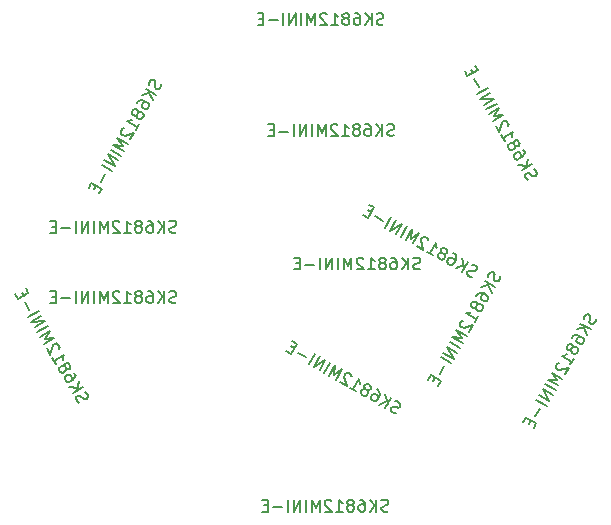
<source format=gbr>
%TF.GenerationSoftware,KiCad,Pcbnew,8.0.8*%
%TF.CreationDate,2025-04-07T13:45:20-04:00*%
%TF.ProjectId,pcb_tile_game_tile_ssa,7063625f-7469-46c6-955f-67616d655f74,1.0*%
%TF.SameCoordinates,Original*%
%TF.FileFunction,AssemblyDrawing,Bot*%
%FSLAX46Y46*%
G04 Gerber Fmt 4.6, Leading zero omitted, Abs format (unit mm)*
G04 Created by KiCad (PCBNEW 8.0.8) date 2025-04-07 13:45:20*
%MOMM*%
%LPD*%
G01*
G04 APERTURE LIST*
%ADD10C,0.150000*%
G04 APERTURE END LIST*
D10*
X146532363Y-96537170D02*
X146384836Y-96506981D01*
X146384836Y-96506981D02*
X146178639Y-96387934D01*
X146178639Y-96387934D02*
X146119970Y-96299075D01*
X146119970Y-96299075D02*
X146102540Y-96234026D01*
X146102540Y-96234026D02*
X146108920Y-96127738D01*
X146108920Y-96127738D02*
X146156539Y-96045260D01*
X146156539Y-96045260D02*
X146245398Y-95986591D01*
X146245398Y-95986591D02*
X146310446Y-95969161D01*
X146310446Y-95969161D02*
X146416734Y-95975541D01*
X146416734Y-95975541D02*
X146605501Y-96029539D01*
X146605501Y-96029539D02*
X146711789Y-96035919D01*
X146711789Y-96035919D02*
X146776838Y-96018489D01*
X146776838Y-96018489D02*
X146865697Y-95959820D01*
X146865697Y-95959820D02*
X146913316Y-95877342D01*
X146913316Y-95877342D02*
X146919695Y-95771053D01*
X146919695Y-95771053D02*
X146902266Y-95706005D01*
X146902266Y-95706005D02*
X146843596Y-95617146D01*
X146843596Y-95617146D02*
X146637400Y-95498099D01*
X146637400Y-95498099D02*
X146489872Y-95467909D01*
X145642528Y-96078410D02*
X146142528Y-95212384D01*
X145147657Y-95792695D02*
X145804525Y-95512109D01*
X145647657Y-94926670D02*
X145856814Y-95707256D01*
X144905349Y-94498099D02*
X145070306Y-94593337D01*
X145070306Y-94593337D02*
X145128975Y-94682195D01*
X145128975Y-94682195D02*
X145146405Y-94747244D01*
X145146405Y-94747244D02*
X145157455Y-94918581D01*
X145157455Y-94918581D02*
X145103456Y-95107348D01*
X145103456Y-95107348D02*
X144912980Y-95437262D01*
X144912980Y-95437262D02*
X144824122Y-95495931D01*
X144824122Y-95495931D02*
X144759073Y-95513361D01*
X144759073Y-95513361D02*
X144652785Y-95506981D01*
X144652785Y-95506981D02*
X144487828Y-95411743D01*
X144487828Y-95411743D02*
X144429159Y-95322885D01*
X144429159Y-95322885D02*
X144411729Y-95257836D01*
X144411729Y-95257836D02*
X144418109Y-95151548D01*
X144418109Y-95151548D02*
X144537156Y-94945351D01*
X144537156Y-94945351D02*
X144626015Y-94886682D01*
X144626015Y-94886682D02*
X144691063Y-94869252D01*
X144691063Y-94869252D02*
X144797352Y-94875632D01*
X144797352Y-94875632D02*
X144962309Y-94970870D01*
X144962309Y-94970870D02*
X145020978Y-95059729D01*
X145020978Y-95059729D02*
X145038408Y-95124777D01*
X145038408Y-95124777D02*
X145032028Y-95231066D01*
X144113713Y-94535919D02*
X144220001Y-94542299D01*
X144220001Y-94542299D02*
X144285050Y-94524869D01*
X144285050Y-94524869D02*
X144373908Y-94466200D01*
X144373908Y-94466200D02*
X144397718Y-94424961D01*
X144397718Y-94424961D02*
X144404098Y-94318672D01*
X144404098Y-94318672D02*
X144386668Y-94253624D01*
X144386668Y-94253624D02*
X144327999Y-94164765D01*
X144327999Y-94164765D02*
X144163042Y-94069527D01*
X144163042Y-94069527D02*
X144056753Y-94063147D01*
X144056753Y-94063147D02*
X143991705Y-94080577D01*
X143991705Y-94080577D02*
X143902846Y-94139246D01*
X143902846Y-94139246D02*
X143879037Y-94180486D01*
X143879037Y-94180486D02*
X143872657Y-94286774D01*
X143872657Y-94286774D02*
X143890087Y-94351823D01*
X143890087Y-94351823D02*
X143948756Y-94440681D01*
X143948756Y-94440681D02*
X144113713Y-94535919D01*
X144113713Y-94535919D02*
X144172382Y-94624777D01*
X144172382Y-94624777D02*
X144189812Y-94689826D01*
X144189812Y-94689826D02*
X144183432Y-94796114D01*
X144183432Y-94796114D02*
X144088194Y-94961072D01*
X144088194Y-94961072D02*
X143999336Y-95019741D01*
X143999336Y-95019741D02*
X143934287Y-95037170D01*
X143934287Y-95037170D02*
X143827999Y-95030791D01*
X143827999Y-95030791D02*
X143663042Y-94935553D01*
X143663042Y-94935553D02*
X143604372Y-94846694D01*
X143604372Y-94846694D02*
X143586943Y-94781645D01*
X143586943Y-94781645D02*
X143593322Y-94675357D01*
X143593322Y-94675357D02*
X143688561Y-94510400D01*
X143688561Y-94510400D02*
X143777419Y-94451731D01*
X143777419Y-94451731D02*
X143842468Y-94434301D01*
X143842468Y-94434301D02*
X143948756Y-94440681D01*
X142673298Y-94364124D02*
X143168170Y-94649838D01*
X142920734Y-94506981D02*
X143420734Y-93640956D01*
X143420734Y-93640956D02*
X143431784Y-93812293D01*
X143431784Y-93812293D02*
X143466644Y-93942390D01*
X143466644Y-93942390D02*
X143525313Y-94031249D01*
X142795765Y-93390101D02*
X142778335Y-93325052D01*
X142778335Y-93325052D02*
X142719666Y-93236194D01*
X142719666Y-93236194D02*
X142513469Y-93117146D01*
X142513469Y-93117146D02*
X142407181Y-93110766D01*
X142407181Y-93110766D02*
X142342132Y-93128196D01*
X142342132Y-93128196D02*
X142253274Y-93186865D01*
X142253274Y-93186865D02*
X142205655Y-93269344D01*
X142205655Y-93269344D02*
X142175466Y-93416871D01*
X142175466Y-93416871D02*
X142384623Y-94197457D01*
X142384623Y-94197457D02*
X141848512Y-93887933D01*
X141477358Y-93673648D02*
X141977358Y-92807622D01*
X141977358Y-92807622D02*
X141331540Y-93259545D01*
X141331540Y-93259545D02*
X141400008Y-92474289D01*
X141400008Y-92474289D02*
X140900008Y-93340314D01*
X140487615Y-93102219D02*
X140987615Y-92236194D01*
X140075222Y-92864124D02*
X140575222Y-91998099D01*
X140575222Y-91998099D02*
X139580351Y-92578410D01*
X139580351Y-92578410D02*
X140080351Y-91712385D01*
X139167958Y-92340315D02*
X139667958Y-91474289D01*
X138946041Y-91772305D02*
X138286212Y-91391353D01*
X137945248Y-91029540D02*
X137656573Y-90862873D01*
X137270950Y-91245077D02*
X137683343Y-91483172D01*
X137683343Y-91483172D02*
X138183343Y-90617147D01*
X138183343Y-90617147D02*
X137770950Y-90379052D01*
X127943332Y-87129104D02*
X127800475Y-87176723D01*
X127800475Y-87176723D02*
X127562380Y-87176723D01*
X127562380Y-87176723D02*
X127467142Y-87129104D01*
X127467142Y-87129104D02*
X127419523Y-87081484D01*
X127419523Y-87081484D02*
X127371904Y-86986246D01*
X127371904Y-86986246D02*
X127371904Y-86891008D01*
X127371904Y-86891008D02*
X127419523Y-86795770D01*
X127419523Y-86795770D02*
X127467142Y-86748151D01*
X127467142Y-86748151D02*
X127562380Y-86700532D01*
X127562380Y-86700532D02*
X127752856Y-86652913D01*
X127752856Y-86652913D02*
X127848094Y-86605294D01*
X127848094Y-86605294D02*
X127895713Y-86557675D01*
X127895713Y-86557675D02*
X127943332Y-86462437D01*
X127943332Y-86462437D02*
X127943332Y-86367199D01*
X127943332Y-86367199D02*
X127895713Y-86271961D01*
X127895713Y-86271961D02*
X127848094Y-86224342D01*
X127848094Y-86224342D02*
X127752856Y-86176723D01*
X127752856Y-86176723D02*
X127514761Y-86176723D01*
X127514761Y-86176723D02*
X127371904Y-86224342D01*
X126943332Y-87176723D02*
X126943332Y-86176723D01*
X126371904Y-87176723D02*
X126800475Y-86605294D01*
X126371904Y-86176723D02*
X126943332Y-86748151D01*
X125514761Y-86176723D02*
X125705237Y-86176723D01*
X125705237Y-86176723D02*
X125800475Y-86224342D01*
X125800475Y-86224342D02*
X125848094Y-86271961D01*
X125848094Y-86271961D02*
X125943332Y-86414818D01*
X125943332Y-86414818D02*
X125990951Y-86605294D01*
X125990951Y-86605294D02*
X125990951Y-86986246D01*
X125990951Y-86986246D02*
X125943332Y-87081484D01*
X125943332Y-87081484D02*
X125895713Y-87129104D01*
X125895713Y-87129104D02*
X125800475Y-87176723D01*
X125800475Y-87176723D02*
X125609999Y-87176723D01*
X125609999Y-87176723D02*
X125514761Y-87129104D01*
X125514761Y-87129104D02*
X125467142Y-87081484D01*
X125467142Y-87081484D02*
X125419523Y-86986246D01*
X125419523Y-86986246D02*
X125419523Y-86748151D01*
X125419523Y-86748151D02*
X125467142Y-86652913D01*
X125467142Y-86652913D02*
X125514761Y-86605294D01*
X125514761Y-86605294D02*
X125609999Y-86557675D01*
X125609999Y-86557675D02*
X125800475Y-86557675D01*
X125800475Y-86557675D02*
X125895713Y-86605294D01*
X125895713Y-86605294D02*
X125943332Y-86652913D01*
X125943332Y-86652913D02*
X125990951Y-86748151D01*
X124848094Y-86605294D02*
X124943332Y-86557675D01*
X124943332Y-86557675D02*
X124990951Y-86510056D01*
X124990951Y-86510056D02*
X125038570Y-86414818D01*
X125038570Y-86414818D02*
X125038570Y-86367199D01*
X125038570Y-86367199D02*
X124990951Y-86271961D01*
X124990951Y-86271961D02*
X124943332Y-86224342D01*
X124943332Y-86224342D02*
X124848094Y-86176723D01*
X124848094Y-86176723D02*
X124657618Y-86176723D01*
X124657618Y-86176723D02*
X124562380Y-86224342D01*
X124562380Y-86224342D02*
X124514761Y-86271961D01*
X124514761Y-86271961D02*
X124467142Y-86367199D01*
X124467142Y-86367199D02*
X124467142Y-86414818D01*
X124467142Y-86414818D02*
X124514761Y-86510056D01*
X124514761Y-86510056D02*
X124562380Y-86557675D01*
X124562380Y-86557675D02*
X124657618Y-86605294D01*
X124657618Y-86605294D02*
X124848094Y-86605294D01*
X124848094Y-86605294D02*
X124943332Y-86652913D01*
X124943332Y-86652913D02*
X124990951Y-86700532D01*
X124990951Y-86700532D02*
X125038570Y-86795770D01*
X125038570Y-86795770D02*
X125038570Y-86986246D01*
X125038570Y-86986246D02*
X124990951Y-87081484D01*
X124990951Y-87081484D02*
X124943332Y-87129104D01*
X124943332Y-87129104D02*
X124848094Y-87176723D01*
X124848094Y-87176723D02*
X124657618Y-87176723D01*
X124657618Y-87176723D02*
X124562380Y-87129104D01*
X124562380Y-87129104D02*
X124514761Y-87081484D01*
X124514761Y-87081484D02*
X124467142Y-86986246D01*
X124467142Y-86986246D02*
X124467142Y-86795770D01*
X124467142Y-86795770D02*
X124514761Y-86700532D01*
X124514761Y-86700532D02*
X124562380Y-86652913D01*
X124562380Y-86652913D02*
X124657618Y-86605294D01*
X123514761Y-87176723D02*
X124086189Y-87176723D01*
X123800475Y-87176723D02*
X123800475Y-86176723D01*
X123800475Y-86176723D02*
X123895713Y-86319580D01*
X123895713Y-86319580D02*
X123990951Y-86414818D01*
X123990951Y-86414818D02*
X124086189Y-86462437D01*
X123133808Y-86271961D02*
X123086189Y-86224342D01*
X123086189Y-86224342D02*
X122990951Y-86176723D01*
X122990951Y-86176723D02*
X122752856Y-86176723D01*
X122752856Y-86176723D02*
X122657618Y-86224342D01*
X122657618Y-86224342D02*
X122609999Y-86271961D01*
X122609999Y-86271961D02*
X122562380Y-86367199D01*
X122562380Y-86367199D02*
X122562380Y-86462437D01*
X122562380Y-86462437D02*
X122609999Y-86605294D01*
X122609999Y-86605294D02*
X123181427Y-87176723D01*
X123181427Y-87176723D02*
X122562380Y-87176723D01*
X122133808Y-87176723D02*
X122133808Y-86176723D01*
X122133808Y-86176723D02*
X121800475Y-86891008D01*
X121800475Y-86891008D02*
X121467142Y-86176723D01*
X121467142Y-86176723D02*
X121467142Y-87176723D01*
X120990951Y-87176723D02*
X120990951Y-86176723D01*
X120514761Y-87176723D02*
X120514761Y-86176723D01*
X120514761Y-86176723D02*
X119943333Y-87176723D01*
X119943333Y-87176723D02*
X119943333Y-86176723D01*
X119467142Y-87176723D02*
X119467142Y-86176723D01*
X118990952Y-86795770D02*
X118229048Y-86795770D01*
X117752857Y-86652913D02*
X117419524Y-86652913D01*
X117276667Y-87176723D02*
X117752857Y-87176723D01*
X117752857Y-87176723D02*
X117752857Y-86176723D01*
X117752857Y-86176723D02*
X117276667Y-86176723D01*
X146393334Y-72999102D02*
X146250477Y-73046721D01*
X146250477Y-73046721D02*
X146012382Y-73046721D01*
X146012382Y-73046721D02*
X145917144Y-72999102D01*
X145917144Y-72999102D02*
X145869525Y-72951482D01*
X145869525Y-72951482D02*
X145821906Y-72856244D01*
X145821906Y-72856244D02*
X145821906Y-72761006D01*
X145821906Y-72761006D02*
X145869525Y-72665768D01*
X145869525Y-72665768D02*
X145917144Y-72618149D01*
X145917144Y-72618149D02*
X146012382Y-72570530D01*
X146012382Y-72570530D02*
X146202858Y-72522911D01*
X146202858Y-72522911D02*
X146298096Y-72475292D01*
X146298096Y-72475292D02*
X146345715Y-72427673D01*
X146345715Y-72427673D02*
X146393334Y-72332435D01*
X146393334Y-72332435D02*
X146393334Y-72237197D01*
X146393334Y-72237197D02*
X146345715Y-72141959D01*
X146345715Y-72141959D02*
X146298096Y-72094340D01*
X146298096Y-72094340D02*
X146202858Y-72046721D01*
X146202858Y-72046721D02*
X145964763Y-72046721D01*
X145964763Y-72046721D02*
X145821906Y-72094340D01*
X145393334Y-73046721D02*
X145393334Y-72046721D01*
X144821906Y-73046721D02*
X145250477Y-72475292D01*
X144821906Y-72046721D02*
X145393334Y-72618149D01*
X143964763Y-72046721D02*
X144155239Y-72046721D01*
X144155239Y-72046721D02*
X144250477Y-72094340D01*
X144250477Y-72094340D02*
X144298096Y-72141959D01*
X144298096Y-72141959D02*
X144393334Y-72284816D01*
X144393334Y-72284816D02*
X144440953Y-72475292D01*
X144440953Y-72475292D02*
X144440953Y-72856244D01*
X144440953Y-72856244D02*
X144393334Y-72951482D01*
X144393334Y-72951482D02*
X144345715Y-72999102D01*
X144345715Y-72999102D02*
X144250477Y-73046721D01*
X144250477Y-73046721D02*
X144060001Y-73046721D01*
X144060001Y-73046721D02*
X143964763Y-72999102D01*
X143964763Y-72999102D02*
X143917144Y-72951482D01*
X143917144Y-72951482D02*
X143869525Y-72856244D01*
X143869525Y-72856244D02*
X143869525Y-72618149D01*
X143869525Y-72618149D02*
X143917144Y-72522911D01*
X143917144Y-72522911D02*
X143964763Y-72475292D01*
X143964763Y-72475292D02*
X144060001Y-72427673D01*
X144060001Y-72427673D02*
X144250477Y-72427673D01*
X144250477Y-72427673D02*
X144345715Y-72475292D01*
X144345715Y-72475292D02*
X144393334Y-72522911D01*
X144393334Y-72522911D02*
X144440953Y-72618149D01*
X143298096Y-72475292D02*
X143393334Y-72427673D01*
X143393334Y-72427673D02*
X143440953Y-72380054D01*
X143440953Y-72380054D02*
X143488572Y-72284816D01*
X143488572Y-72284816D02*
X143488572Y-72237197D01*
X143488572Y-72237197D02*
X143440953Y-72141959D01*
X143440953Y-72141959D02*
X143393334Y-72094340D01*
X143393334Y-72094340D02*
X143298096Y-72046721D01*
X143298096Y-72046721D02*
X143107620Y-72046721D01*
X143107620Y-72046721D02*
X143012382Y-72094340D01*
X143012382Y-72094340D02*
X142964763Y-72141959D01*
X142964763Y-72141959D02*
X142917144Y-72237197D01*
X142917144Y-72237197D02*
X142917144Y-72284816D01*
X142917144Y-72284816D02*
X142964763Y-72380054D01*
X142964763Y-72380054D02*
X143012382Y-72427673D01*
X143012382Y-72427673D02*
X143107620Y-72475292D01*
X143107620Y-72475292D02*
X143298096Y-72475292D01*
X143298096Y-72475292D02*
X143393334Y-72522911D01*
X143393334Y-72522911D02*
X143440953Y-72570530D01*
X143440953Y-72570530D02*
X143488572Y-72665768D01*
X143488572Y-72665768D02*
X143488572Y-72856244D01*
X143488572Y-72856244D02*
X143440953Y-72951482D01*
X143440953Y-72951482D02*
X143393334Y-72999102D01*
X143393334Y-72999102D02*
X143298096Y-73046721D01*
X143298096Y-73046721D02*
X143107620Y-73046721D01*
X143107620Y-73046721D02*
X143012382Y-72999102D01*
X143012382Y-72999102D02*
X142964763Y-72951482D01*
X142964763Y-72951482D02*
X142917144Y-72856244D01*
X142917144Y-72856244D02*
X142917144Y-72665768D01*
X142917144Y-72665768D02*
X142964763Y-72570530D01*
X142964763Y-72570530D02*
X143012382Y-72522911D01*
X143012382Y-72522911D02*
X143107620Y-72475292D01*
X141964763Y-73046721D02*
X142536191Y-73046721D01*
X142250477Y-73046721D02*
X142250477Y-72046721D01*
X142250477Y-72046721D02*
X142345715Y-72189578D01*
X142345715Y-72189578D02*
X142440953Y-72284816D01*
X142440953Y-72284816D02*
X142536191Y-72332435D01*
X141583810Y-72141959D02*
X141536191Y-72094340D01*
X141536191Y-72094340D02*
X141440953Y-72046721D01*
X141440953Y-72046721D02*
X141202858Y-72046721D01*
X141202858Y-72046721D02*
X141107620Y-72094340D01*
X141107620Y-72094340D02*
X141060001Y-72141959D01*
X141060001Y-72141959D02*
X141012382Y-72237197D01*
X141012382Y-72237197D02*
X141012382Y-72332435D01*
X141012382Y-72332435D02*
X141060001Y-72475292D01*
X141060001Y-72475292D02*
X141631429Y-73046721D01*
X141631429Y-73046721D02*
X141012382Y-73046721D01*
X140583810Y-73046721D02*
X140583810Y-72046721D01*
X140583810Y-72046721D02*
X140250477Y-72761006D01*
X140250477Y-72761006D02*
X139917144Y-72046721D01*
X139917144Y-72046721D02*
X139917144Y-73046721D01*
X139440953Y-73046721D02*
X139440953Y-72046721D01*
X138964763Y-73046721D02*
X138964763Y-72046721D01*
X138964763Y-72046721D02*
X138393335Y-73046721D01*
X138393335Y-73046721D02*
X138393335Y-72046721D01*
X137917144Y-73046721D02*
X137917144Y-72046721D01*
X137440954Y-72665768D02*
X136679050Y-72665768D01*
X136202859Y-72522911D02*
X135869526Y-72522911D01*
X135726669Y-73046721D02*
X136202859Y-73046721D01*
X136202859Y-73046721D02*
X136202859Y-72046721D01*
X136202859Y-72046721D02*
X135726669Y-72046721D01*
X145493332Y-63599104D02*
X145350475Y-63646723D01*
X145350475Y-63646723D02*
X145112380Y-63646723D01*
X145112380Y-63646723D02*
X145017142Y-63599104D01*
X145017142Y-63599104D02*
X144969523Y-63551484D01*
X144969523Y-63551484D02*
X144921904Y-63456246D01*
X144921904Y-63456246D02*
X144921904Y-63361008D01*
X144921904Y-63361008D02*
X144969523Y-63265770D01*
X144969523Y-63265770D02*
X145017142Y-63218151D01*
X145017142Y-63218151D02*
X145112380Y-63170532D01*
X145112380Y-63170532D02*
X145302856Y-63122913D01*
X145302856Y-63122913D02*
X145398094Y-63075294D01*
X145398094Y-63075294D02*
X145445713Y-63027675D01*
X145445713Y-63027675D02*
X145493332Y-62932437D01*
X145493332Y-62932437D02*
X145493332Y-62837199D01*
X145493332Y-62837199D02*
X145445713Y-62741961D01*
X145445713Y-62741961D02*
X145398094Y-62694342D01*
X145398094Y-62694342D02*
X145302856Y-62646723D01*
X145302856Y-62646723D02*
X145064761Y-62646723D01*
X145064761Y-62646723D02*
X144921904Y-62694342D01*
X144493332Y-63646723D02*
X144493332Y-62646723D01*
X143921904Y-63646723D02*
X144350475Y-63075294D01*
X143921904Y-62646723D02*
X144493332Y-63218151D01*
X143064761Y-62646723D02*
X143255237Y-62646723D01*
X143255237Y-62646723D02*
X143350475Y-62694342D01*
X143350475Y-62694342D02*
X143398094Y-62741961D01*
X143398094Y-62741961D02*
X143493332Y-62884818D01*
X143493332Y-62884818D02*
X143540951Y-63075294D01*
X143540951Y-63075294D02*
X143540951Y-63456246D01*
X143540951Y-63456246D02*
X143493332Y-63551484D01*
X143493332Y-63551484D02*
X143445713Y-63599104D01*
X143445713Y-63599104D02*
X143350475Y-63646723D01*
X143350475Y-63646723D02*
X143159999Y-63646723D01*
X143159999Y-63646723D02*
X143064761Y-63599104D01*
X143064761Y-63599104D02*
X143017142Y-63551484D01*
X143017142Y-63551484D02*
X142969523Y-63456246D01*
X142969523Y-63456246D02*
X142969523Y-63218151D01*
X142969523Y-63218151D02*
X143017142Y-63122913D01*
X143017142Y-63122913D02*
X143064761Y-63075294D01*
X143064761Y-63075294D02*
X143159999Y-63027675D01*
X143159999Y-63027675D02*
X143350475Y-63027675D01*
X143350475Y-63027675D02*
X143445713Y-63075294D01*
X143445713Y-63075294D02*
X143493332Y-63122913D01*
X143493332Y-63122913D02*
X143540951Y-63218151D01*
X142398094Y-63075294D02*
X142493332Y-63027675D01*
X142493332Y-63027675D02*
X142540951Y-62980056D01*
X142540951Y-62980056D02*
X142588570Y-62884818D01*
X142588570Y-62884818D02*
X142588570Y-62837199D01*
X142588570Y-62837199D02*
X142540951Y-62741961D01*
X142540951Y-62741961D02*
X142493332Y-62694342D01*
X142493332Y-62694342D02*
X142398094Y-62646723D01*
X142398094Y-62646723D02*
X142207618Y-62646723D01*
X142207618Y-62646723D02*
X142112380Y-62694342D01*
X142112380Y-62694342D02*
X142064761Y-62741961D01*
X142064761Y-62741961D02*
X142017142Y-62837199D01*
X142017142Y-62837199D02*
X142017142Y-62884818D01*
X142017142Y-62884818D02*
X142064761Y-62980056D01*
X142064761Y-62980056D02*
X142112380Y-63027675D01*
X142112380Y-63027675D02*
X142207618Y-63075294D01*
X142207618Y-63075294D02*
X142398094Y-63075294D01*
X142398094Y-63075294D02*
X142493332Y-63122913D01*
X142493332Y-63122913D02*
X142540951Y-63170532D01*
X142540951Y-63170532D02*
X142588570Y-63265770D01*
X142588570Y-63265770D02*
X142588570Y-63456246D01*
X142588570Y-63456246D02*
X142540951Y-63551484D01*
X142540951Y-63551484D02*
X142493332Y-63599104D01*
X142493332Y-63599104D02*
X142398094Y-63646723D01*
X142398094Y-63646723D02*
X142207618Y-63646723D01*
X142207618Y-63646723D02*
X142112380Y-63599104D01*
X142112380Y-63599104D02*
X142064761Y-63551484D01*
X142064761Y-63551484D02*
X142017142Y-63456246D01*
X142017142Y-63456246D02*
X142017142Y-63265770D01*
X142017142Y-63265770D02*
X142064761Y-63170532D01*
X142064761Y-63170532D02*
X142112380Y-63122913D01*
X142112380Y-63122913D02*
X142207618Y-63075294D01*
X141064761Y-63646723D02*
X141636189Y-63646723D01*
X141350475Y-63646723D02*
X141350475Y-62646723D01*
X141350475Y-62646723D02*
X141445713Y-62789580D01*
X141445713Y-62789580D02*
X141540951Y-62884818D01*
X141540951Y-62884818D02*
X141636189Y-62932437D01*
X140683808Y-62741961D02*
X140636189Y-62694342D01*
X140636189Y-62694342D02*
X140540951Y-62646723D01*
X140540951Y-62646723D02*
X140302856Y-62646723D01*
X140302856Y-62646723D02*
X140207618Y-62694342D01*
X140207618Y-62694342D02*
X140159999Y-62741961D01*
X140159999Y-62741961D02*
X140112380Y-62837199D01*
X140112380Y-62837199D02*
X140112380Y-62932437D01*
X140112380Y-62932437D02*
X140159999Y-63075294D01*
X140159999Y-63075294D02*
X140731427Y-63646723D01*
X140731427Y-63646723D02*
X140112380Y-63646723D01*
X139683808Y-63646723D02*
X139683808Y-62646723D01*
X139683808Y-62646723D02*
X139350475Y-63361008D01*
X139350475Y-63361008D02*
X139017142Y-62646723D01*
X139017142Y-62646723D02*
X139017142Y-63646723D01*
X138540951Y-63646723D02*
X138540951Y-62646723D01*
X138064761Y-63646723D02*
X138064761Y-62646723D01*
X138064761Y-62646723D02*
X137493333Y-63646723D01*
X137493333Y-63646723D02*
X137493333Y-62646723D01*
X137017142Y-63646723D02*
X137017142Y-62646723D01*
X136540952Y-63265770D02*
X135779048Y-63265770D01*
X135302857Y-63122913D02*
X134969524Y-63122913D01*
X134826667Y-63646723D02*
X135302857Y-63646723D01*
X135302857Y-63646723D02*
X135302857Y-62646723D01*
X135302857Y-62646723D02*
X134826667Y-62646723D01*
X145893332Y-104799104D02*
X145750475Y-104846723D01*
X145750475Y-104846723D02*
X145512380Y-104846723D01*
X145512380Y-104846723D02*
X145417142Y-104799104D01*
X145417142Y-104799104D02*
X145369523Y-104751484D01*
X145369523Y-104751484D02*
X145321904Y-104656246D01*
X145321904Y-104656246D02*
X145321904Y-104561008D01*
X145321904Y-104561008D02*
X145369523Y-104465770D01*
X145369523Y-104465770D02*
X145417142Y-104418151D01*
X145417142Y-104418151D02*
X145512380Y-104370532D01*
X145512380Y-104370532D02*
X145702856Y-104322913D01*
X145702856Y-104322913D02*
X145798094Y-104275294D01*
X145798094Y-104275294D02*
X145845713Y-104227675D01*
X145845713Y-104227675D02*
X145893332Y-104132437D01*
X145893332Y-104132437D02*
X145893332Y-104037199D01*
X145893332Y-104037199D02*
X145845713Y-103941961D01*
X145845713Y-103941961D02*
X145798094Y-103894342D01*
X145798094Y-103894342D02*
X145702856Y-103846723D01*
X145702856Y-103846723D02*
X145464761Y-103846723D01*
X145464761Y-103846723D02*
X145321904Y-103894342D01*
X144893332Y-104846723D02*
X144893332Y-103846723D01*
X144321904Y-104846723D02*
X144750475Y-104275294D01*
X144321904Y-103846723D02*
X144893332Y-104418151D01*
X143464761Y-103846723D02*
X143655237Y-103846723D01*
X143655237Y-103846723D02*
X143750475Y-103894342D01*
X143750475Y-103894342D02*
X143798094Y-103941961D01*
X143798094Y-103941961D02*
X143893332Y-104084818D01*
X143893332Y-104084818D02*
X143940951Y-104275294D01*
X143940951Y-104275294D02*
X143940951Y-104656246D01*
X143940951Y-104656246D02*
X143893332Y-104751484D01*
X143893332Y-104751484D02*
X143845713Y-104799104D01*
X143845713Y-104799104D02*
X143750475Y-104846723D01*
X143750475Y-104846723D02*
X143559999Y-104846723D01*
X143559999Y-104846723D02*
X143464761Y-104799104D01*
X143464761Y-104799104D02*
X143417142Y-104751484D01*
X143417142Y-104751484D02*
X143369523Y-104656246D01*
X143369523Y-104656246D02*
X143369523Y-104418151D01*
X143369523Y-104418151D02*
X143417142Y-104322913D01*
X143417142Y-104322913D02*
X143464761Y-104275294D01*
X143464761Y-104275294D02*
X143559999Y-104227675D01*
X143559999Y-104227675D02*
X143750475Y-104227675D01*
X143750475Y-104227675D02*
X143845713Y-104275294D01*
X143845713Y-104275294D02*
X143893332Y-104322913D01*
X143893332Y-104322913D02*
X143940951Y-104418151D01*
X142798094Y-104275294D02*
X142893332Y-104227675D01*
X142893332Y-104227675D02*
X142940951Y-104180056D01*
X142940951Y-104180056D02*
X142988570Y-104084818D01*
X142988570Y-104084818D02*
X142988570Y-104037199D01*
X142988570Y-104037199D02*
X142940951Y-103941961D01*
X142940951Y-103941961D02*
X142893332Y-103894342D01*
X142893332Y-103894342D02*
X142798094Y-103846723D01*
X142798094Y-103846723D02*
X142607618Y-103846723D01*
X142607618Y-103846723D02*
X142512380Y-103894342D01*
X142512380Y-103894342D02*
X142464761Y-103941961D01*
X142464761Y-103941961D02*
X142417142Y-104037199D01*
X142417142Y-104037199D02*
X142417142Y-104084818D01*
X142417142Y-104084818D02*
X142464761Y-104180056D01*
X142464761Y-104180056D02*
X142512380Y-104227675D01*
X142512380Y-104227675D02*
X142607618Y-104275294D01*
X142607618Y-104275294D02*
X142798094Y-104275294D01*
X142798094Y-104275294D02*
X142893332Y-104322913D01*
X142893332Y-104322913D02*
X142940951Y-104370532D01*
X142940951Y-104370532D02*
X142988570Y-104465770D01*
X142988570Y-104465770D02*
X142988570Y-104656246D01*
X142988570Y-104656246D02*
X142940951Y-104751484D01*
X142940951Y-104751484D02*
X142893332Y-104799104D01*
X142893332Y-104799104D02*
X142798094Y-104846723D01*
X142798094Y-104846723D02*
X142607618Y-104846723D01*
X142607618Y-104846723D02*
X142512380Y-104799104D01*
X142512380Y-104799104D02*
X142464761Y-104751484D01*
X142464761Y-104751484D02*
X142417142Y-104656246D01*
X142417142Y-104656246D02*
X142417142Y-104465770D01*
X142417142Y-104465770D02*
X142464761Y-104370532D01*
X142464761Y-104370532D02*
X142512380Y-104322913D01*
X142512380Y-104322913D02*
X142607618Y-104275294D01*
X141464761Y-104846723D02*
X142036189Y-104846723D01*
X141750475Y-104846723D02*
X141750475Y-103846723D01*
X141750475Y-103846723D02*
X141845713Y-103989580D01*
X141845713Y-103989580D02*
X141940951Y-104084818D01*
X141940951Y-104084818D02*
X142036189Y-104132437D01*
X141083808Y-103941961D02*
X141036189Y-103894342D01*
X141036189Y-103894342D02*
X140940951Y-103846723D01*
X140940951Y-103846723D02*
X140702856Y-103846723D01*
X140702856Y-103846723D02*
X140607618Y-103894342D01*
X140607618Y-103894342D02*
X140559999Y-103941961D01*
X140559999Y-103941961D02*
X140512380Y-104037199D01*
X140512380Y-104037199D02*
X140512380Y-104132437D01*
X140512380Y-104132437D02*
X140559999Y-104275294D01*
X140559999Y-104275294D02*
X141131427Y-104846723D01*
X141131427Y-104846723D02*
X140512380Y-104846723D01*
X140083808Y-104846723D02*
X140083808Y-103846723D01*
X140083808Y-103846723D02*
X139750475Y-104561008D01*
X139750475Y-104561008D02*
X139417142Y-103846723D01*
X139417142Y-103846723D02*
X139417142Y-104846723D01*
X138940951Y-104846723D02*
X138940951Y-103846723D01*
X138464761Y-104846723D02*
X138464761Y-103846723D01*
X138464761Y-103846723D02*
X137893333Y-104846723D01*
X137893333Y-104846723D02*
X137893333Y-103846723D01*
X137417142Y-104846723D02*
X137417142Y-103846723D01*
X136940952Y-104465770D02*
X136179048Y-104465770D01*
X135702857Y-104322913D02*
X135369524Y-104322913D01*
X135226667Y-104846723D02*
X135702857Y-104846723D01*
X135702857Y-104846723D02*
X135702857Y-103846723D01*
X135702857Y-103846723D02*
X135226667Y-103846723D01*
X153020459Y-85006183D02*
X152872932Y-84975994D01*
X152872932Y-84975994D02*
X152666735Y-84856947D01*
X152666735Y-84856947D02*
X152608066Y-84768088D01*
X152608066Y-84768088D02*
X152590636Y-84703039D01*
X152590636Y-84703039D02*
X152597016Y-84596751D01*
X152597016Y-84596751D02*
X152644635Y-84514273D01*
X152644635Y-84514273D02*
X152733494Y-84455604D01*
X152733494Y-84455604D02*
X152798542Y-84438174D01*
X152798542Y-84438174D02*
X152904830Y-84444554D01*
X152904830Y-84444554D02*
X153093597Y-84498552D01*
X153093597Y-84498552D02*
X153199885Y-84504932D01*
X153199885Y-84504932D02*
X153264934Y-84487502D01*
X153264934Y-84487502D02*
X153353793Y-84428833D01*
X153353793Y-84428833D02*
X153401412Y-84346355D01*
X153401412Y-84346355D02*
X153407791Y-84240066D01*
X153407791Y-84240066D02*
X153390362Y-84175018D01*
X153390362Y-84175018D02*
X153331692Y-84086159D01*
X153331692Y-84086159D02*
X153125496Y-83967112D01*
X153125496Y-83967112D02*
X152977968Y-83936922D01*
X152130624Y-84547423D02*
X152630624Y-83681397D01*
X151635753Y-84261708D02*
X152292621Y-83981122D01*
X152135753Y-83395683D02*
X152344910Y-84176269D01*
X151393445Y-82967112D02*
X151558402Y-83062350D01*
X151558402Y-83062350D02*
X151617071Y-83151208D01*
X151617071Y-83151208D02*
X151634501Y-83216257D01*
X151634501Y-83216257D02*
X151645551Y-83387594D01*
X151645551Y-83387594D02*
X151591552Y-83576361D01*
X151591552Y-83576361D02*
X151401076Y-83906275D01*
X151401076Y-83906275D02*
X151312218Y-83964944D01*
X151312218Y-83964944D02*
X151247169Y-83982374D01*
X151247169Y-83982374D02*
X151140881Y-83975994D01*
X151140881Y-83975994D02*
X150975924Y-83880756D01*
X150975924Y-83880756D02*
X150917255Y-83791898D01*
X150917255Y-83791898D02*
X150899825Y-83726849D01*
X150899825Y-83726849D02*
X150906205Y-83620561D01*
X150906205Y-83620561D02*
X151025252Y-83414364D01*
X151025252Y-83414364D02*
X151114111Y-83355695D01*
X151114111Y-83355695D02*
X151179159Y-83338265D01*
X151179159Y-83338265D02*
X151285448Y-83344645D01*
X151285448Y-83344645D02*
X151450405Y-83439883D01*
X151450405Y-83439883D02*
X151509074Y-83528742D01*
X151509074Y-83528742D02*
X151526504Y-83593790D01*
X151526504Y-83593790D02*
X151520124Y-83700079D01*
X150601809Y-83004932D02*
X150708097Y-83011312D01*
X150708097Y-83011312D02*
X150773146Y-82993882D01*
X150773146Y-82993882D02*
X150862004Y-82935213D01*
X150862004Y-82935213D02*
X150885814Y-82893974D01*
X150885814Y-82893974D02*
X150892194Y-82787685D01*
X150892194Y-82787685D02*
X150874764Y-82722637D01*
X150874764Y-82722637D02*
X150816095Y-82633778D01*
X150816095Y-82633778D02*
X150651138Y-82538540D01*
X150651138Y-82538540D02*
X150544849Y-82532160D01*
X150544849Y-82532160D02*
X150479801Y-82549590D01*
X150479801Y-82549590D02*
X150390942Y-82608259D01*
X150390942Y-82608259D02*
X150367133Y-82649499D01*
X150367133Y-82649499D02*
X150360753Y-82755787D01*
X150360753Y-82755787D02*
X150378183Y-82820836D01*
X150378183Y-82820836D02*
X150436852Y-82909694D01*
X150436852Y-82909694D02*
X150601809Y-83004932D01*
X150601809Y-83004932D02*
X150660478Y-83093790D01*
X150660478Y-83093790D02*
X150677908Y-83158839D01*
X150677908Y-83158839D02*
X150671528Y-83265127D01*
X150671528Y-83265127D02*
X150576290Y-83430085D01*
X150576290Y-83430085D02*
X150487432Y-83488754D01*
X150487432Y-83488754D02*
X150422383Y-83506183D01*
X150422383Y-83506183D02*
X150316095Y-83499804D01*
X150316095Y-83499804D02*
X150151138Y-83404566D01*
X150151138Y-83404566D02*
X150092468Y-83315707D01*
X150092468Y-83315707D02*
X150075039Y-83250658D01*
X150075039Y-83250658D02*
X150081418Y-83144370D01*
X150081418Y-83144370D02*
X150176657Y-82979413D01*
X150176657Y-82979413D02*
X150265515Y-82920744D01*
X150265515Y-82920744D02*
X150330564Y-82903314D01*
X150330564Y-82903314D02*
X150436852Y-82909694D01*
X149161394Y-82833137D02*
X149656266Y-83118851D01*
X149408830Y-82975994D02*
X149908830Y-82109969D01*
X149908830Y-82109969D02*
X149919880Y-82281306D01*
X149919880Y-82281306D02*
X149954740Y-82411403D01*
X149954740Y-82411403D02*
X150013409Y-82500262D01*
X149283861Y-81859114D02*
X149266431Y-81794065D01*
X149266431Y-81794065D02*
X149207762Y-81705207D01*
X149207762Y-81705207D02*
X149001565Y-81586159D01*
X149001565Y-81586159D02*
X148895277Y-81579779D01*
X148895277Y-81579779D02*
X148830228Y-81597209D01*
X148830228Y-81597209D02*
X148741370Y-81655878D01*
X148741370Y-81655878D02*
X148693751Y-81738357D01*
X148693751Y-81738357D02*
X148663562Y-81885884D01*
X148663562Y-81885884D02*
X148872719Y-82666470D01*
X148872719Y-82666470D02*
X148336608Y-82356946D01*
X147965454Y-82142661D02*
X148465454Y-81276635D01*
X148465454Y-81276635D02*
X147819636Y-81728558D01*
X147819636Y-81728558D02*
X147888104Y-80943302D01*
X147888104Y-80943302D02*
X147388104Y-81809327D01*
X146975711Y-81571232D02*
X147475711Y-80705207D01*
X146563318Y-81333137D02*
X147063318Y-80467112D01*
X147063318Y-80467112D02*
X146068447Y-81047423D01*
X146068447Y-81047423D02*
X146568447Y-80181398D01*
X145656054Y-80809328D02*
X146156054Y-79943302D01*
X145434137Y-80241318D02*
X144774308Y-79860366D01*
X144433344Y-79498553D02*
X144144669Y-79331886D01*
X143759046Y-79714090D02*
X144171439Y-79952185D01*
X144171439Y-79952185D02*
X144671439Y-79086160D01*
X144671439Y-79086160D02*
X144259046Y-78848065D01*
X163497170Y-88532416D02*
X163466981Y-88679943D01*
X163466981Y-88679943D02*
X163347934Y-88886140D01*
X163347934Y-88886140D02*
X163259075Y-88944809D01*
X163259075Y-88944809D02*
X163194026Y-88962239D01*
X163194026Y-88962239D02*
X163087738Y-88955859D01*
X163087738Y-88955859D02*
X163005260Y-88908240D01*
X163005260Y-88908240D02*
X162946591Y-88819381D01*
X162946591Y-88819381D02*
X162929161Y-88754333D01*
X162929161Y-88754333D02*
X162935541Y-88648045D01*
X162935541Y-88648045D02*
X162989539Y-88459278D01*
X162989539Y-88459278D02*
X162995919Y-88352990D01*
X162995919Y-88352990D02*
X162978489Y-88287941D01*
X162978489Y-88287941D02*
X162919820Y-88199082D01*
X162919820Y-88199082D02*
X162837342Y-88151463D01*
X162837342Y-88151463D02*
X162731053Y-88145084D01*
X162731053Y-88145084D02*
X162666005Y-88162513D01*
X162666005Y-88162513D02*
X162577146Y-88221183D01*
X162577146Y-88221183D02*
X162458099Y-88427379D01*
X162458099Y-88427379D02*
X162427909Y-88574907D01*
X163038410Y-89422251D02*
X162172384Y-88922251D01*
X162752695Y-89917122D02*
X162472109Y-89260254D01*
X161886670Y-89417122D02*
X162667256Y-89207965D01*
X161458099Y-90159430D02*
X161553337Y-89994473D01*
X161553337Y-89994473D02*
X161642195Y-89935804D01*
X161642195Y-89935804D02*
X161707244Y-89918374D01*
X161707244Y-89918374D02*
X161878581Y-89907324D01*
X161878581Y-89907324D02*
X162067348Y-89961323D01*
X162067348Y-89961323D02*
X162397262Y-90151799D01*
X162397262Y-90151799D02*
X162455931Y-90240657D01*
X162455931Y-90240657D02*
X162473361Y-90305706D01*
X162473361Y-90305706D02*
X162466981Y-90411994D01*
X162466981Y-90411994D02*
X162371743Y-90576951D01*
X162371743Y-90576951D02*
X162282885Y-90635620D01*
X162282885Y-90635620D02*
X162217836Y-90653050D01*
X162217836Y-90653050D02*
X162111548Y-90646670D01*
X162111548Y-90646670D02*
X161905351Y-90527623D01*
X161905351Y-90527623D02*
X161846682Y-90438764D01*
X161846682Y-90438764D02*
X161829252Y-90373716D01*
X161829252Y-90373716D02*
X161835632Y-90267427D01*
X161835632Y-90267427D02*
X161930870Y-90102470D01*
X161930870Y-90102470D02*
X162019729Y-90043801D01*
X162019729Y-90043801D02*
X162084777Y-90026371D01*
X162084777Y-90026371D02*
X162191066Y-90032751D01*
X161495919Y-90951066D02*
X161502299Y-90844778D01*
X161502299Y-90844778D02*
X161484869Y-90779729D01*
X161484869Y-90779729D02*
X161426200Y-90690871D01*
X161426200Y-90690871D02*
X161384961Y-90667061D01*
X161384961Y-90667061D02*
X161278672Y-90660681D01*
X161278672Y-90660681D02*
X161213624Y-90678111D01*
X161213624Y-90678111D02*
X161124765Y-90736780D01*
X161124765Y-90736780D02*
X161029527Y-90901737D01*
X161029527Y-90901737D02*
X161023147Y-91008026D01*
X161023147Y-91008026D02*
X161040577Y-91073074D01*
X161040577Y-91073074D02*
X161099246Y-91161933D01*
X161099246Y-91161933D02*
X161140486Y-91185742D01*
X161140486Y-91185742D02*
X161246774Y-91192122D01*
X161246774Y-91192122D02*
X161311823Y-91174692D01*
X161311823Y-91174692D02*
X161400681Y-91116023D01*
X161400681Y-91116023D02*
X161495919Y-90951066D01*
X161495919Y-90951066D02*
X161584777Y-90892397D01*
X161584777Y-90892397D02*
X161649826Y-90874967D01*
X161649826Y-90874967D02*
X161756114Y-90881347D01*
X161756114Y-90881347D02*
X161921072Y-90976585D01*
X161921072Y-90976585D02*
X161979741Y-91065443D01*
X161979741Y-91065443D02*
X161997170Y-91130492D01*
X161997170Y-91130492D02*
X161990791Y-91236780D01*
X161990791Y-91236780D02*
X161895553Y-91401737D01*
X161895553Y-91401737D02*
X161806694Y-91460407D01*
X161806694Y-91460407D02*
X161741645Y-91477836D01*
X161741645Y-91477836D02*
X161635357Y-91471457D01*
X161635357Y-91471457D02*
X161470400Y-91376218D01*
X161470400Y-91376218D02*
X161411731Y-91287360D01*
X161411731Y-91287360D02*
X161394301Y-91222311D01*
X161394301Y-91222311D02*
X161400681Y-91116023D01*
X161324124Y-92391481D02*
X161609838Y-91896609D01*
X161466981Y-92144045D02*
X160600956Y-91644045D01*
X160600956Y-91644045D02*
X160772293Y-91632995D01*
X160772293Y-91632995D02*
X160902390Y-91598135D01*
X160902390Y-91598135D02*
X160991249Y-91539466D01*
X160350101Y-92269014D02*
X160285052Y-92286444D01*
X160285052Y-92286444D02*
X160196194Y-92345113D01*
X160196194Y-92345113D02*
X160077146Y-92551310D01*
X160077146Y-92551310D02*
X160070766Y-92657598D01*
X160070766Y-92657598D02*
X160088196Y-92722647D01*
X160088196Y-92722647D02*
X160146865Y-92811505D01*
X160146865Y-92811505D02*
X160229344Y-92859124D01*
X160229344Y-92859124D02*
X160376871Y-92889313D01*
X160376871Y-92889313D02*
X161157457Y-92680156D01*
X161157457Y-92680156D02*
X160847933Y-93216267D01*
X160633648Y-93587421D02*
X159767622Y-93087421D01*
X159767622Y-93087421D02*
X160219545Y-93733239D01*
X160219545Y-93733239D02*
X159434289Y-93664771D01*
X159434289Y-93664771D02*
X160300314Y-94164771D01*
X160062219Y-94577164D02*
X159196194Y-94077164D01*
X159824124Y-94989557D02*
X158958099Y-94489557D01*
X158958099Y-94489557D02*
X159538410Y-95484428D01*
X159538410Y-95484428D02*
X158672385Y-94984428D01*
X159300315Y-95896821D02*
X158434289Y-95396821D01*
X158732305Y-96118738D02*
X158351353Y-96778567D01*
X157989540Y-97119531D02*
X157822873Y-97408206D01*
X158205077Y-97793829D02*
X158443172Y-97381436D01*
X158443172Y-97381436D02*
X157577147Y-96881436D01*
X157577147Y-96881436D02*
X157339052Y-97293829D01*
X126687170Y-68652416D02*
X126656981Y-68799943D01*
X126656981Y-68799943D02*
X126537934Y-69006140D01*
X126537934Y-69006140D02*
X126449075Y-69064809D01*
X126449075Y-69064809D02*
X126384026Y-69082239D01*
X126384026Y-69082239D02*
X126277738Y-69075859D01*
X126277738Y-69075859D02*
X126195260Y-69028240D01*
X126195260Y-69028240D02*
X126136591Y-68939381D01*
X126136591Y-68939381D02*
X126119161Y-68874333D01*
X126119161Y-68874333D02*
X126125541Y-68768045D01*
X126125541Y-68768045D02*
X126179539Y-68579278D01*
X126179539Y-68579278D02*
X126185919Y-68472990D01*
X126185919Y-68472990D02*
X126168489Y-68407941D01*
X126168489Y-68407941D02*
X126109820Y-68319082D01*
X126109820Y-68319082D02*
X126027342Y-68271463D01*
X126027342Y-68271463D02*
X125921053Y-68265084D01*
X125921053Y-68265084D02*
X125856005Y-68282513D01*
X125856005Y-68282513D02*
X125767146Y-68341183D01*
X125767146Y-68341183D02*
X125648099Y-68547379D01*
X125648099Y-68547379D02*
X125617909Y-68694907D01*
X126228410Y-69542251D02*
X125362384Y-69042251D01*
X125942695Y-70037122D02*
X125662109Y-69380254D01*
X125076670Y-69537122D02*
X125857256Y-69327965D01*
X124648099Y-70279430D02*
X124743337Y-70114473D01*
X124743337Y-70114473D02*
X124832195Y-70055804D01*
X124832195Y-70055804D02*
X124897244Y-70038374D01*
X124897244Y-70038374D02*
X125068581Y-70027324D01*
X125068581Y-70027324D02*
X125257348Y-70081323D01*
X125257348Y-70081323D02*
X125587262Y-70271799D01*
X125587262Y-70271799D02*
X125645931Y-70360657D01*
X125645931Y-70360657D02*
X125663361Y-70425706D01*
X125663361Y-70425706D02*
X125656981Y-70531994D01*
X125656981Y-70531994D02*
X125561743Y-70696951D01*
X125561743Y-70696951D02*
X125472885Y-70755620D01*
X125472885Y-70755620D02*
X125407836Y-70773050D01*
X125407836Y-70773050D02*
X125301548Y-70766670D01*
X125301548Y-70766670D02*
X125095351Y-70647623D01*
X125095351Y-70647623D02*
X125036682Y-70558764D01*
X125036682Y-70558764D02*
X125019252Y-70493716D01*
X125019252Y-70493716D02*
X125025632Y-70387427D01*
X125025632Y-70387427D02*
X125120870Y-70222470D01*
X125120870Y-70222470D02*
X125209729Y-70163801D01*
X125209729Y-70163801D02*
X125274777Y-70146371D01*
X125274777Y-70146371D02*
X125381066Y-70152751D01*
X124685919Y-71071066D02*
X124692299Y-70964778D01*
X124692299Y-70964778D02*
X124674869Y-70899729D01*
X124674869Y-70899729D02*
X124616200Y-70810871D01*
X124616200Y-70810871D02*
X124574961Y-70787061D01*
X124574961Y-70787061D02*
X124468672Y-70780681D01*
X124468672Y-70780681D02*
X124403624Y-70798111D01*
X124403624Y-70798111D02*
X124314765Y-70856780D01*
X124314765Y-70856780D02*
X124219527Y-71021737D01*
X124219527Y-71021737D02*
X124213147Y-71128026D01*
X124213147Y-71128026D02*
X124230577Y-71193074D01*
X124230577Y-71193074D02*
X124289246Y-71281933D01*
X124289246Y-71281933D02*
X124330486Y-71305742D01*
X124330486Y-71305742D02*
X124436774Y-71312122D01*
X124436774Y-71312122D02*
X124501823Y-71294692D01*
X124501823Y-71294692D02*
X124590681Y-71236023D01*
X124590681Y-71236023D02*
X124685919Y-71071066D01*
X124685919Y-71071066D02*
X124774777Y-71012397D01*
X124774777Y-71012397D02*
X124839826Y-70994967D01*
X124839826Y-70994967D02*
X124946114Y-71001347D01*
X124946114Y-71001347D02*
X125111072Y-71096585D01*
X125111072Y-71096585D02*
X125169741Y-71185443D01*
X125169741Y-71185443D02*
X125187170Y-71250492D01*
X125187170Y-71250492D02*
X125180791Y-71356780D01*
X125180791Y-71356780D02*
X125085553Y-71521737D01*
X125085553Y-71521737D02*
X124996694Y-71580407D01*
X124996694Y-71580407D02*
X124931645Y-71597836D01*
X124931645Y-71597836D02*
X124825357Y-71591457D01*
X124825357Y-71591457D02*
X124660400Y-71496218D01*
X124660400Y-71496218D02*
X124601731Y-71407360D01*
X124601731Y-71407360D02*
X124584301Y-71342311D01*
X124584301Y-71342311D02*
X124590681Y-71236023D01*
X124514124Y-72511481D02*
X124799838Y-72016609D01*
X124656981Y-72264045D02*
X123790956Y-71764045D01*
X123790956Y-71764045D02*
X123962293Y-71752995D01*
X123962293Y-71752995D02*
X124092390Y-71718135D01*
X124092390Y-71718135D02*
X124181249Y-71659466D01*
X123540101Y-72389014D02*
X123475052Y-72406444D01*
X123475052Y-72406444D02*
X123386194Y-72465113D01*
X123386194Y-72465113D02*
X123267146Y-72671310D01*
X123267146Y-72671310D02*
X123260766Y-72777598D01*
X123260766Y-72777598D02*
X123278196Y-72842647D01*
X123278196Y-72842647D02*
X123336865Y-72931505D01*
X123336865Y-72931505D02*
X123419344Y-72979124D01*
X123419344Y-72979124D02*
X123566871Y-73009313D01*
X123566871Y-73009313D02*
X124347457Y-72800156D01*
X124347457Y-72800156D02*
X124037933Y-73336267D01*
X123823648Y-73707421D02*
X122957622Y-73207421D01*
X122957622Y-73207421D02*
X123409545Y-73853239D01*
X123409545Y-73853239D02*
X122624289Y-73784771D01*
X122624289Y-73784771D02*
X123490314Y-74284771D01*
X123252219Y-74697164D02*
X122386194Y-74197164D01*
X123014124Y-75109557D02*
X122148099Y-74609557D01*
X122148099Y-74609557D02*
X122728410Y-75604428D01*
X122728410Y-75604428D02*
X121862385Y-75104428D01*
X122490315Y-76016821D02*
X121624289Y-75516821D01*
X121922305Y-76238738D02*
X121541353Y-76898567D01*
X121179540Y-77239531D02*
X121012873Y-77528206D01*
X121395077Y-77913829D02*
X121633172Y-77501436D01*
X121633172Y-77501436D02*
X120767147Y-77001436D01*
X120767147Y-77001436D02*
X120529052Y-77413829D01*
X155397170Y-84932416D02*
X155366981Y-85079943D01*
X155366981Y-85079943D02*
X155247934Y-85286140D01*
X155247934Y-85286140D02*
X155159075Y-85344809D01*
X155159075Y-85344809D02*
X155094026Y-85362239D01*
X155094026Y-85362239D02*
X154987738Y-85355859D01*
X154987738Y-85355859D02*
X154905260Y-85308240D01*
X154905260Y-85308240D02*
X154846591Y-85219381D01*
X154846591Y-85219381D02*
X154829161Y-85154333D01*
X154829161Y-85154333D02*
X154835541Y-85048045D01*
X154835541Y-85048045D02*
X154889539Y-84859278D01*
X154889539Y-84859278D02*
X154895919Y-84752990D01*
X154895919Y-84752990D02*
X154878489Y-84687941D01*
X154878489Y-84687941D02*
X154819820Y-84599082D01*
X154819820Y-84599082D02*
X154737342Y-84551463D01*
X154737342Y-84551463D02*
X154631053Y-84545084D01*
X154631053Y-84545084D02*
X154566005Y-84562513D01*
X154566005Y-84562513D02*
X154477146Y-84621183D01*
X154477146Y-84621183D02*
X154358099Y-84827379D01*
X154358099Y-84827379D02*
X154327909Y-84974907D01*
X154938410Y-85822251D02*
X154072384Y-85322251D01*
X154652695Y-86317122D02*
X154372109Y-85660254D01*
X153786670Y-85817122D02*
X154567256Y-85607965D01*
X153358099Y-86559430D02*
X153453337Y-86394473D01*
X153453337Y-86394473D02*
X153542195Y-86335804D01*
X153542195Y-86335804D02*
X153607244Y-86318374D01*
X153607244Y-86318374D02*
X153778581Y-86307324D01*
X153778581Y-86307324D02*
X153967348Y-86361323D01*
X153967348Y-86361323D02*
X154297262Y-86551799D01*
X154297262Y-86551799D02*
X154355931Y-86640657D01*
X154355931Y-86640657D02*
X154373361Y-86705706D01*
X154373361Y-86705706D02*
X154366981Y-86811994D01*
X154366981Y-86811994D02*
X154271743Y-86976951D01*
X154271743Y-86976951D02*
X154182885Y-87035620D01*
X154182885Y-87035620D02*
X154117836Y-87053050D01*
X154117836Y-87053050D02*
X154011548Y-87046670D01*
X154011548Y-87046670D02*
X153805351Y-86927623D01*
X153805351Y-86927623D02*
X153746682Y-86838764D01*
X153746682Y-86838764D02*
X153729252Y-86773716D01*
X153729252Y-86773716D02*
X153735632Y-86667427D01*
X153735632Y-86667427D02*
X153830870Y-86502470D01*
X153830870Y-86502470D02*
X153919729Y-86443801D01*
X153919729Y-86443801D02*
X153984777Y-86426371D01*
X153984777Y-86426371D02*
X154091066Y-86432751D01*
X153395919Y-87351066D02*
X153402299Y-87244778D01*
X153402299Y-87244778D02*
X153384869Y-87179729D01*
X153384869Y-87179729D02*
X153326200Y-87090871D01*
X153326200Y-87090871D02*
X153284961Y-87067061D01*
X153284961Y-87067061D02*
X153178672Y-87060681D01*
X153178672Y-87060681D02*
X153113624Y-87078111D01*
X153113624Y-87078111D02*
X153024765Y-87136780D01*
X153024765Y-87136780D02*
X152929527Y-87301737D01*
X152929527Y-87301737D02*
X152923147Y-87408026D01*
X152923147Y-87408026D02*
X152940577Y-87473074D01*
X152940577Y-87473074D02*
X152999246Y-87561933D01*
X152999246Y-87561933D02*
X153040486Y-87585742D01*
X153040486Y-87585742D02*
X153146774Y-87592122D01*
X153146774Y-87592122D02*
X153211823Y-87574692D01*
X153211823Y-87574692D02*
X153300681Y-87516023D01*
X153300681Y-87516023D02*
X153395919Y-87351066D01*
X153395919Y-87351066D02*
X153484777Y-87292397D01*
X153484777Y-87292397D02*
X153549826Y-87274967D01*
X153549826Y-87274967D02*
X153656114Y-87281347D01*
X153656114Y-87281347D02*
X153821072Y-87376585D01*
X153821072Y-87376585D02*
X153879741Y-87465443D01*
X153879741Y-87465443D02*
X153897170Y-87530492D01*
X153897170Y-87530492D02*
X153890791Y-87636780D01*
X153890791Y-87636780D02*
X153795553Y-87801737D01*
X153795553Y-87801737D02*
X153706694Y-87860407D01*
X153706694Y-87860407D02*
X153641645Y-87877836D01*
X153641645Y-87877836D02*
X153535357Y-87871457D01*
X153535357Y-87871457D02*
X153370400Y-87776218D01*
X153370400Y-87776218D02*
X153311731Y-87687360D01*
X153311731Y-87687360D02*
X153294301Y-87622311D01*
X153294301Y-87622311D02*
X153300681Y-87516023D01*
X153224124Y-88791481D02*
X153509838Y-88296609D01*
X153366981Y-88544045D02*
X152500956Y-88044045D01*
X152500956Y-88044045D02*
X152672293Y-88032995D01*
X152672293Y-88032995D02*
X152802390Y-87998135D01*
X152802390Y-87998135D02*
X152891249Y-87939466D01*
X152250101Y-88669014D02*
X152185052Y-88686444D01*
X152185052Y-88686444D02*
X152096194Y-88745113D01*
X152096194Y-88745113D02*
X151977146Y-88951310D01*
X151977146Y-88951310D02*
X151970766Y-89057598D01*
X151970766Y-89057598D02*
X151988196Y-89122647D01*
X151988196Y-89122647D02*
X152046865Y-89211505D01*
X152046865Y-89211505D02*
X152129344Y-89259124D01*
X152129344Y-89259124D02*
X152276871Y-89289313D01*
X152276871Y-89289313D02*
X153057457Y-89080156D01*
X153057457Y-89080156D02*
X152747933Y-89616267D01*
X152533648Y-89987421D02*
X151667622Y-89487421D01*
X151667622Y-89487421D02*
X152119545Y-90133239D01*
X152119545Y-90133239D02*
X151334289Y-90064771D01*
X151334289Y-90064771D02*
X152200314Y-90564771D01*
X151962219Y-90977164D02*
X151096194Y-90477164D01*
X151724124Y-91389557D02*
X150858099Y-90889557D01*
X150858099Y-90889557D02*
X151438410Y-91884428D01*
X151438410Y-91884428D02*
X150572385Y-91384428D01*
X151200315Y-92296821D02*
X150334289Y-91796821D01*
X150632305Y-92518738D02*
X150251353Y-93178567D01*
X149889540Y-93519531D02*
X149722873Y-93808206D01*
X150105077Y-94193829D02*
X150343172Y-93781436D01*
X150343172Y-93781436D02*
X149477147Y-93281436D01*
X149477147Y-93281436D02*
X149239052Y-93693829D01*
X119707122Y-95656687D02*
X119594454Y-95556779D01*
X119594454Y-95556779D02*
X119475407Y-95350582D01*
X119475407Y-95350582D02*
X119469027Y-95244294D01*
X119469027Y-95244294D02*
X119486457Y-95179245D01*
X119486457Y-95179245D02*
X119545126Y-95090387D01*
X119545126Y-95090387D02*
X119627605Y-95042768D01*
X119627605Y-95042768D02*
X119733893Y-95036388D01*
X119733893Y-95036388D02*
X119798942Y-95053818D01*
X119798942Y-95053818D02*
X119887800Y-95112487D01*
X119887800Y-95112487D02*
X120024277Y-95253635D01*
X120024277Y-95253635D02*
X120113136Y-95312304D01*
X120113136Y-95312304D02*
X120178184Y-95329734D01*
X120178184Y-95329734D02*
X120284473Y-95323354D01*
X120284473Y-95323354D02*
X120366951Y-95275735D01*
X120366951Y-95275735D02*
X120425620Y-95186876D01*
X120425620Y-95186876D02*
X120443050Y-95121828D01*
X120443050Y-95121828D02*
X120436670Y-95015540D01*
X120436670Y-95015540D02*
X120317623Y-94809343D01*
X120317623Y-94809343D02*
X120204955Y-94709435D01*
X119165883Y-94814471D02*
X120031908Y-94314471D01*
X118880169Y-94319600D02*
X119589326Y-94405039D01*
X119746194Y-93819600D02*
X119537037Y-94600186D01*
X119317623Y-93077292D02*
X119412861Y-93242249D01*
X119412861Y-93242249D02*
X119419241Y-93348537D01*
X119419241Y-93348537D02*
X119401811Y-93413586D01*
X119401811Y-93413586D02*
X119325712Y-93567493D01*
X119325712Y-93567493D02*
X119184564Y-93703971D01*
X119184564Y-93703971D02*
X118854650Y-93894447D01*
X118854650Y-93894447D02*
X118748362Y-93900827D01*
X118748362Y-93900827D02*
X118683313Y-93883397D01*
X118683313Y-93883397D02*
X118594454Y-93824728D01*
X118594454Y-93824728D02*
X118499216Y-93659771D01*
X118499216Y-93659771D02*
X118492837Y-93553483D01*
X118492837Y-93553483D02*
X118510266Y-93488434D01*
X118510266Y-93488434D02*
X118568935Y-93399575D01*
X118568935Y-93399575D02*
X118775132Y-93280528D01*
X118775132Y-93280528D02*
X118881420Y-93274148D01*
X118881420Y-93274148D02*
X118946469Y-93291578D01*
X118946469Y-93291578D02*
X119035327Y-93350247D01*
X119035327Y-93350247D02*
X119130565Y-93515204D01*
X119130565Y-93515204D02*
X119136945Y-93621492D01*
X119136945Y-93621492D02*
X119119515Y-93686541D01*
X119119515Y-93686541D02*
X119060846Y-93775399D01*
X118613136Y-92714228D02*
X118701994Y-92772897D01*
X118701994Y-92772897D02*
X118767043Y-92790326D01*
X118767043Y-92790326D02*
X118873331Y-92783947D01*
X118873331Y-92783947D02*
X118914570Y-92760137D01*
X118914570Y-92760137D02*
X118973239Y-92671279D01*
X118973239Y-92671279D02*
X118990669Y-92606230D01*
X118990669Y-92606230D02*
X118984289Y-92499942D01*
X118984289Y-92499942D02*
X118889051Y-92334985D01*
X118889051Y-92334985D02*
X118800193Y-92276316D01*
X118800193Y-92276316D02*
X118735144Y-92258886D01*
X118735144Y-92258886D02*
X118628856Y-92265265D01*
X118628856Y-92265265D02*
X118587617Y-92289075D01*
X118587617Y-92289075D02*
X118528948Y-92377933D01*
X118528948Y-92377933D02*
X118511518Y-92442982D01*
X118511518Y-92442982D02*
X118517898Y-92549270D01*
X118517898Y-92549270D02*
X118613136Y-92714228D01*
X118613136Y-92714228D02*
X118619515Y-92820516D01*
X118619515Y-92820516D02*
X118602086Y-92885564D01*
X118602086Y-92885564D02*
X118543416Y-92974423D01*
X118543416Y-92974423D02*
X118378459Y-93069661D01*
X118378459Y-93069661D02*
X118272171Y-93076041D01*
X118272171Y-93076041D02*
X118207122Y-93058611D01*
X118207122Y-93058611D02*
X118118264Y-92999942D01*
X118118264Y-92999942D02*
X118023026Y-92834985D01*
X118023026Y-92834985D02*
X118016646Y-92728696D01*
X118016646Y-92728696D02*
X118034076Y-92663648D01*
X118034076Y-92663648D02*
X118092745Y-92574789D01*
X118092745Y-92574789D02*
X118257702Y-92479551D01*
X118257702Y-92479551D02*
X118363990Y-92473171D01*
X118363990Y-92473171D02*
X118429039Y-92490601D01*
X118429039Y-92490601D02*
X118517898Y-92549270D01*
X117451597Y-91845241D02*
X117737312Y-92340113D01*
X117594454Y-92092677D02*
X118460480Y-91592677D01*
X118460480Y-91592677D02*
X118384381Y-91746584D01*
X118384381Y-91746584D02*
X118349521Y-91876682D01*
X118349521Y-91876682D02*
X118355901Y-91982970D01*
X118044668Y-91062946D02*
X118062098Y-90997897D01*
X118062098Y-90997897D02*
X118055718Y-90891609D01*
X118055718Y-90891609D02*
X117936670Y-90685412D01*
X117936670Y-90685412D02*
X117847812Y-90626743D01*
X117847812Y-90626743D02*
X117782763Y-90609313D01*
X117782763Y-90609313D02*
X117676475Y-90615693D01*
X117676475Y-90615693D02*
X117593996Y-90663312D01*
X117593996Y-90663312D02*
X117494088Y-90775980D01*
X117494088Y-90775980D02*
X117284931Y-91556566D01*
X117284931Y-91556566D02*
X116975407Y-91020455D01*
X116761121Y-90649301D02*
X117627146Y-90149301D01*
X117627146Y-90149301D02*
X116841890Y-90217769D01*
X116841890Y-90217769D02*
X117293813Y-89571951D01*
X117293813Y-89571951D02*
X116427788Y-90071951D01*
X116189693Y-89659558D02*
X117055718Y-89159558D01*
X115951598Y-89247165D02*
X116817623Y-88747165D01*
X116817623Y-88747165D02*
X115665883Y-88752294D01*
X115665883Y-88752294D02*
X116531909Y-88252294D01*
X115427788Y-88339901D02*
X116293813Y-87839901D01*
X115519607Y-87737032D02*
X115138655Y-87077203D01*
X115024278Y-86593382D02*
X114857611Y-86304707D01*
X114332550Y-86442893D02*
X114570646Y-86855286D01*
X114570646Y-86855286D02*
X115436671Y-86355286D01*
X115436671Y-86355286D02*
X115198576Y-85942893D01*
X157727442Y-76796953D02*
X157614774Y-76697045D01*
X157614774Y-76697045D02*
X157495727Y-76490848D01*
X157495727Y-76490848D02*
X157489347Y-76384560D01*
X157489347Y-76384560D02*
X157506777Y-76319511D01*
X157506777Y-76319511D02*
X157565446Y-76230653D01*
X157565446Y-76230653D02*
X157647925Y-76183034D01*
X157647925Y-76183034D02*
X157754213Y-76176654D01*
X157754213Y-76176654D02*
X157819262Y-76194084D01*
X157819262Y-76194084D02*
X157908120Y-76252753D01*
X157908120Y-76252753D02*
X158044597Y-76393901D01*
X158044597Y-76393901D02*
X158133456Y-76452570D01*
X158133456Y-76452570D02*
X158198504Y-76470000D01*
X158198504Y-76470000D02*
X158304793Y-76463620D01*
X158304793Y-76463620D02*
X158387271Y-76416001D01*
X158387271Y-76416001D02*
X158445940Y-76327142D01*
X158445940Y-76327142D02*
X158463370Y-76262094D01*
X158463370Y-76262094D02*
X158456990Y-76155806D01*
X158456990Y-76155806D02*
X158337943Y-75949609D01*
X158337943Y-75949609D02*
X158225275Y-75849701D01*
X157186203Y-75954737D02*
X158052228Y-75454737D01*
X156900489Y-75459866D02*
X157609646Y-75545305D01*
X157766514Y-74959866D02*
X157557357Y-75740452D01*
X157337943Y-74217558D02*
X157433181Y-74382515D01*
X157433181Y-74382515D02*
X157439561Y-74488803D01*
X157439561Y-74488803D02*
X157422131Y-74553852D01*
X157422131Y-74553852D02*
X157346032Y-74707759D01*
X157346032Y-74707759D02*
X157204884Y-74844237D01*
X157204884Y-74844237D02*
X156874970Y-75034713D01*
X156874970Y-75034713D02*
X156768682Y-75041093D01*
X156768682Y-75041093D02*
X156703633Y-75023663D01*
X156703633Y-75023663D02*
X156614774Y-74964994D01*
X156614774Y-74964994D02*
X156519536Y-74800037D01*
X156519536Y-74800037D02*
X156513157Y-74693749D01*
X156513157Y-74693749D02*
X156530586Y-74628700D01*
X156530586Y-74628700D02*
X156589255Y-74539841D01*
X156589255Y-74539841D02*
X156795452Y-74420794D01*
X156795452Y-74420794D02*
X156901740Y-74414414D01*
X156901740Y-74414414D02*
X156966789Y-74431844D01*
X156966789Y-74431844D02*
X157055647Y-74490513D01*
X157055647Y-74490513D02*
X157150885Y-74655470D01*
X157150885Y-74655470D02*
X157157265Y-74761758D01*
X157157265Y-74761758D02*
X157139835Y-74826807D01*
X157139835Y-74826807D02*
X157081166Y-74915665D01*
X156633456Y-73854494D02*
X156722314Y-73913163D01*
X156722314Y-73913163D02*
X156787363Y-73930592D01*
X156787363Y-73930592D02*
X156893651Y-73924213D01*
X156893651Y-73924213D02*
X156934890Y-73900403D01*
X156934890Y-73900403D02*
X156993559Y-73811545D01*
X156993559Y-73811545D02*
X157010989Y-73746496D01*
X157010989Y-73746496D02*
X157004609Y-73640208D01*
X157004609Y-73640208D02*
X156909371Y-73475251D01*
X156909371Y-73475251D02*
X156820513Y-73416582D01*
X156820513Y-73416582D02*
X156755464Y-73399152D01*
X156755464Y-73399152D02*
X156649176Y-73405531D01*
X156649176Y-73405531D02*
X156607937Y-73429341D01*
X156607937Y-73429341D02*
X156549268Y-73518199D01*
X156549268Y-73518199D02*
X156531838Y-73583248D01*
X156531838Y-73583248D02*
X156538218Y-73689536D01*
X156538218Y-73689536D02*
X156633456Y-73854494D01*
X156633456Y-73854494D02*
X156639835Y-73960782D01*
X156639835Y-73960782D02*
X156622406Y-74025830D01*
X156622406Y-74025830D02*
X156563736Y-74114689D01*
X156563736Y-74114689D02*
X156398779Y-74209927D01*
X156398779Y-74209927D02*
X156292491Y-74216307D01*
X156292491Y-74216307D02*
X156227442Y-74198877D01*
X156227442Y-74198877D02*
X156138584Y-74140208D01*
X156138584Y-74140208D02*
X156043346Y-73975251D01*
X156043346Y-73975251D02*
X156036966Y-73868962D01*
X156036966Y-73868962D02*
X156054396Y-73803914D01*
X156054396Y-73803914D02*
X156113065Y-73715055D01*
X156113065Y-73715055D02*
X156278022Y-73619817D01*
X156278022Y-73619817D02*
X156384310Y-73613437D01*
X156384310Y-73613437D02*
X156449359Y-73630867D01*
X156449359Y-73630867D02*
X156538218Y-73689536D01*
X155471917Y-72985507D02*
X155757632Y-73480379D01*
X155614774Y-73232943D02*
X156480800Y-72732943D01*
X156480800Y-72732943D02*
X156404701Y-72886850D01*
X156404701Y-72886850D02*
X156369841Y-73016948D01*
X156369841Y-73016948D02*
X156376221Y-73123236D01*
X156064988Y-72203212D02*
X156082418Y-72138163D01*
X156082418Y-72138163D02*
X156076038Y-72031875D01*
X156076038Y-72031875D02*
X155956990Y-71825678D01*
X155956990Y-71825678D02*
X155868132Y-71767009D01*
X155868132Y-71767009D02*
X155803083Y-71749579D01*
X155803083Y-71749579D02*
X155696795Y-71755959D01*
X155696795Y-71755959D02*
X155614316Y-71803578D01*
X155614316Y-71803578D02*
X155514408Y-71916246D01*
X155514408Y-71916246D02*
X155305251Y-72696832D01*
X155305251Y-72696832D02*
X154995727Y-72160721D01*
X154781441Y-71789567D02*
X155647466Y-71289567D01*
X155647466Y-71289567D02*
X154862210Y-71358035D01*
X154862210Y-71358035D02*
X155314133Y-70712217D01*
X155314133Y-70712217D02*
X154448108Y-71212217D01*
X154210013Y-70799824D02*
X155076038Y-70299824D01*
X153971918Y-70387431D02*
X154837943Y-69887431D01*
X154837943Y-69887431D02*
X153686203Y-69892560D01*
X153686203Y-69892560D02*
X154552229Y-69392560D01*
X153448108Y-69480167D02*
X154314133Y-68980167D01*
X153539927Y-68877298D02*
X153158975Y-68217469D01*
X153044598Y-67733648D02*
X152877931Y-67444973D01*
X152352870Y-67583159D02*
X152590966Y-67995552D01*
X152590966Y-67995552D02*
X153456991Y-67495552D01*
X153456991Y-67495552D02*
X153218896Y-67083159D01*
X148593331Y-84299105D02*
X148450474Y-84346724D01*
X148450474Y-84346724D02*
X148212379Y-84346724D01*
X148212379Y-84346724D02*
X148117141Y-84299105D01*
X148117141Y-84299105D02*
X148069522Y-84251485D01*
X148069522Y-84251485D02*
X148021903Y-84156247D01*
X148021903Y-84156247D02*
X148021903Y-84061009D01*
X148021903Y-84061009D02*
X148069522Y-83965771D01*
X148069522Y-83965771D02*
X148117141Y-83918152D01*
X148117141Y-83918152D02*
X148212379Y-83870533D01*
X148212379Y-83870533D02*
X148402855Y-83822914D01*
X148402855Y-83822914D02*
X148498093Y-83775295D01*
X148498093Y-83775295D02*
X148545712Y-83727676D01*
X148545712Y-83727676D02*
X148593331Y-83632438D01*
X148593331Y-83632438D02*
X148593331Y-83537200D01*
X148593331Y-83537200D02*
X148545712Y-83441962D01*
X148545712Y-83441962D02*
X148498093Y-83394343D01*
X148498093Y-83394343D02*
X148402855Y-83346724D01*
X148402855Y-83346724D02*
X148164760Y-83346724D01*
X148164760Y-83346724D02*
X148021903Y-83394343D01*
X147593331Y-84346724D02*
X147593331Y-83346724D01*
X147021903Y-84346724D02*
X147450474Y-83775295D01*
X147021903Y-83346724D02*
X147593331Y-83918152D01*
X146164760Y-83346724D02*
X146355236Y-83346724D01*
X146355236Y-83346724D02*
X146450474Y-83394343D01*
X146450474Y-83394343D02*
X146498093Y-83441962D01*
X146498093Y-83441962D02*
X146593331Y-83584819D01*
X146593331Y-83584819D02*
X146640950Y-83775295D01*
X146640950Y-83775295D02*
X146640950Y-84156247D01*
X146640950Y-84156247D02*
X146593331Y-84251485D01*
X146593331Y-84251485D02*
X146545712Y-84299105D01*
X146545712Y-84299105D02*
X146450474Y-84346724D01*
X146450474Y-84346724D02*
X146259998Y-84346724D01*
X146259998Y-84346724D02*
X146164760Y-84299105D01*
X146164760Y-84299105D02*
X146117141Y-84251485D01*
X146117141Y-84251485D02*
X146069522Y-84156247D01*
X146069522Y-84156247D02*
X146069522Y-83918152D01*
X146069522Y-83918152D02*
X146117141Y-83822914D01*
X146117141Y-83822914D02*
X146164760Y-83775295D01*
X146164760Y-83775295D02*
X146259998Y-83727676D01*
X146259998Y-83727676D02*
X146450474Y-83727676D01*
X146450474Y-83727676D02*
X146545712Y-83775295D01*
X146545712Y-83775295D02*
X146593331Y-83822914D01*
X146593331Y-83822914D02*
X146640950Y-83918152D01*
X145498093Y-83775295D02*
X145593331Y-83727676D01*
X145593331Y-83727676D02*
X145640950Y-83680057D01*
X145640950Y-83680057D02*
X145688569Y-83584819D01*
X145688569Y-83584819D02*
X145688569Y-83537200D01*
X145688569Y-83537200D02*
X145640950Y-83441962D01*
X145640950Y-83441962D02*
X145593331Y-83394343D01*
X145593331Y-83394343D02*
X145498093Y-83346724D01*
X145498093Y-83346724D02*
X145307617Y-83346724D01*
X145307617Y-83346724D02*
X145212379Y-83394343D01*
X145212379Y-83394343D02*
X145164760Y-83441962D01*
X145164760Y-83441962D02*
X145117141Y-83537200D01*
X145117141Y-83537200D02*
X145117141Y-83584819D01*
X145117141Y-83584819D02*
X145164760Y-83680057D01*
X145164760Y-83680057D02*
X145212379Y-83727676D01*
X145212379Y-83727676D02*
X145307617Y-83775295D01*
X145307617Y-83775295D02*
X145498093Y-83775295D01*
X145498093Y-83775295D02*
X145593331Y-83822914D01*
X145593331Y-83822914D02*
X145640950Y-83870533D01*
X145640950Y-83870533D02*
X145688569Y-83965771D01*
X145688569Y-83965771D02*
X145688569Y-84156247D01*
X145688569Y-84156247D02*
X145640950Y-84251485D01*
X145640950Y-84251485D02*
X145593331Y-84299105D01*
X145593331Y-84299105D02*
X145498093Y-84346724D01*
X145498093Y-84346724D02*
X145307617Y-84346724D01*
X145307617Y-84346724D02*
X145212379Y-84299105D01*
X145212379Y-84299105D02*
X145164760Y-84251485D01*
X145164760Y-84251485D02*
X145117141Y-84156247D01*
X145117141Y-84156247D02*
X145117141Y-83965771D01*
X145117141Y-83965771D02*
X145164760Y-83870533D01*
X145164760Y-83870533D02*
X145212379Y-83822914D01*
X145212379Y-83822914D02*
X145307617Y-83775295D01*
X144164760Y-84346724D02*
X144736188Y-84346724D01*
X144450474Y-84346724D02*
X144450474Y-83346724D01*
X144450474Y-83346724D02*
X144545712Y-83489581D01*
X144545712Y-83489581D02*
X144640950Y-83584819D01*
X144640950Y-83584819D02*
X144736188Y-83632438D01*
X143783807Y-83441962D02*
X143736188Y-83394343D01*
X143736188Y-83394343D02*
X143640950Y-83346724D01*
X143640950Y-83346724D02*
X143402855Y-83346724D01*
X143402855Y-83346724D02*
X143307617Y-83394343D01*
X143307617Y-83394343D02*
X143259998Y-83441962D01*
X143259998Y-83441962D02*
X143212379Y-83537200D01*
X143212379Y-83537200D02*
X143212379Y-83632438D01*
X143212379Y-83632438D02*
X143259998Y-83775295D01*
X143259998Y-83775295D02*
X143831426Y-84346724D01*
X143831426Y-84346724D02*
X143212379Y-84346724D01*
X142783807Y-84346724D02*
X142783807Y-83346724D01*
X142783807Y-83346724D02*
X142450474Y-84061009D01*
X142450474Y-84061009D02*
X142117141Y-83346724D01*
X142117141Y-83346724D02*
X142117141Y-84346724D01*
X141640950Y-84346724D02*
X141640950Y-83346724D01*
X141164760Y-84346724D02*
X141164760Y-83346724D01*
X141164760Y-83346724D02*
X140593332Y-84346724D01*
X140593332Y-84346724D02*
X140593332Y-83346724D01*
X140117141Y-84346724D02*
X140117141Y-83346724D01*
X139640951Y-83965771D02*
X138879047Y-83965771D01*
X138402856Y-83822914D02*
X138069523Y-83822914D01*
X137926666Y-84346724D02*
X138402856Y-84346724D01*
X138402856Y-84346724D02*
X138402856Y-83346724D01*
X138402856Y-83346724D02*
X137926666Y-83346724D01*
X127943332Y-81189104D02*
X127800475Y-81236723D01*
X127800475Y-81236723D02*
X127562380Y-81236723D01*
X127562380Y-81236723D02*
X127467142Y-81189104D01*
X127467142Y-81189104D02*
X127419523Y-81141484D01*
X127419523Y-81141484D02*
X127371904Y-81046246D01*
X127371904Y-81046246D02*
X127371904Y-80951008D01*
X127371904Y-80951008D02*
X127419523Y-80855770D01*
X127419523Y-80855770D02*
X127467142Y-80808151D01*
X127467142Y-80808151D02*
X127562380Y-80760532D01*
X127562380Y-80760532D02*
X127752856Y-80712913D01*
X127752856Y-80712913D02*
X127848094Y-80665294D01*
X127848094Y-80665294D02*
X127895713Y-80617675D01*
X127895713Y-80617675D02*
X127943332Y-80522437D01*
X127943332Y-80522437D02*
X127943332Y-80427199D01*
X127943332Y-80427199D02*
X127895713Y-80331961D01*
X127895713Y-80331961D02*
X127848094Y-80284342D01*
X127848094Y-80284342D02*
X127752856Y-80236723D01*
X127752856Y-80236723D02*
X127514761Y-80236723D01*
X127514761Y-80236723D02*
X127371904Y-80284342D01*
X126943332Y-81236723D02*
X126943332Y-80236723D01*
X126371904Y-81236723D02*
X126800475Y-80665294D01*
X126371904Y-80236723D02*
X126943332Y-80808151D01*
X125514761Y-80236723D02*
X125705237Y-80236723D01*
X125705237Y-80236723D02*
X125800475Y-80284342D01*
X125800475Y-80284342D02*
X125848094Y-80331961D01*
X125848094Y-80331961D02*
X125943332Y-80474818D01*
X125943332Y-80474818D02*
X125990951Y-80665294D01*
X125990951Y-80665294D02*
X125990951Y-81046246D01*
X125990951Y-81046246D02*
X125943332Y-81141484D01*
X125943332Y-81141484D02*
X125895713Y-81189104D01*
X125895713Y-81189104D02*
X125800475Y-81236723D01*
X125800475Y-81236723D02*
X125609999Y-81236723D01*
X125609999Y-81236723D02*
X125514761Y-81189104D01*
X125514761Y-81189104D02*
X125467142Y-81141484D01*
X125467142Y-81141484D02*
X125419523Y-81046246D01*
X125419523Y-81046246D02*
X125419523Y-80808151D01*
X125419523Y-80808151D02*
X125467142Y-80712913D01*
X125467142Y-80712913D02*
X125514761Y-80665294D01*
X125514761Y-80665294D02*
X125609999Y-80617675D01*
X125609999Y-80617675D02*
X125800475Y-80617675D01*
X125800475Y-80617675D02*
X125895713Y-80665294D01*
X125895713Y-80665294D02*
X125943332Y-80712913D01*
X125943332Y-80712913D02*
X125990951Y-80808151D01*
X124848094Y-80665294D02*
X124943332Y-80617675D01*
X124943332Y-80617675D02*
X124990951Y-80570056D01*
X124990951Y-80570056D02*
X125038570Y-80474818D01*
X125038570Y-80474818D02*
X125038570Y-80427199D01*
X125038570Y-80427199D02*
X124990951Y-80331961D01*
X124990951Y-80331961D02*
X124943332Y-80284342D01*
X124943332Y-80284342D02*
X124848094Y-80236723D01*
X124848094Y-80236723D02*
X124657618Y-80236723D01*
X124657618Y-80236723D02*
X124562380Y-80284342D01*
X124562380Y-80284342D02*
X124514761Y-80331961D01*
X124514761Y-80331961D02*
X124467142Y-80427199D01*
X124467142Y-80427199D02*
X124467142Y-80474818D01*
X124467142Y-80474818D02*
X124514761Y-80570056D01*
X124514761Y-80570056D02*
X124562380Y-80617675D01*
X124562380Y-80617675D02*
X124657618Y-80665294D01*
X124657618Y-80665294D02*
X124848094Y-80665294D01*
X124848094Y-80665294D02*
X124943332Y-80712913D01*
X124943332Y-80712913D02*
X124990951Y-80760532D01*
X124990951Y-80760532D02*
X125038570Y-80855770D01*
X125038570Y-80855770D02*
X125038570Y-81046246D01*
X125038570Y-81046246D02*
X124990951Y-81141484D01*
X124990951Y-81141484D02*
X124943332Y-81189104D01*
X124943332Y-81189104D02*
X124848094Y-81236723D01*
X124848094Y-81236723D02*
X124657618Y-81236723D01*
X124657618Y-81236723D02*
X124562380Y-81189104D01*
X124562380Y-81189104D02*
X124514761Y-81141484D01*
X124514761Y-81141484D02*
X124467142Y-81046246D01*
X124467142Y-81046246D02*
X124467142Y-80855770D01*
X124467142Y-80855770D02*
X124514761Y-80760532D01*
X124514761Y-80760532D02*
X124562380Y-80712913D01*
X124562380Y-80712913D02*
X124657618Y-80665294D01*
X123514761Y-81236723D02*
X124086189Y-81236723D01*
X123800475Y-81236723D02*
X123800475Y-80236723D01*
X123800475Y-80236723D02*
X123895713Y-80379580D01*
X123895713Y-80379580D02*
X123990951Y-80474818D01*
X123990951Y-80474818D02*
X124086189Y-80522437D01*
X123133808Y-80331961D02*
X123086189Y-80284342D01*
X123086189Y-80284342D02*
X122990951Y-80236723D01*
X122990951Y-80236723D02*
X122752856Y-80236723D01*
X122752856Y-80236723D02*
X122657618Y-80284342D01*
X122657618Y-80284342D02*
X122609999Y-80331961D01*
X122609999Y-80331961D02*
X122562380Y-80427199D01*
X122562380Y-80427199D02*
X122562380Y-80522437D01*
X122562380Y-80522437D02*
X122609999Y-80665294D01*
X122609999Y-80665294D02*
X123181427Y-81236723D01*
X123181427Y-81236723D02*
X122562380Y-81236723D01*
X122133808Y-81236723D02*
X122133808Y-80236723D01*
X122133808Y-80236723D02*
X121800475Y-80951008D01*
X121800475Y-80951008D02*
X121467142Y-80236723D01*
X121467142Y-80236723D02*
X121467142Y-81236723D01*
X120990951Y-81236723D02*
X120990951Y-80236723D01*
X120514761Y-81236723D02*
X120514761Y-80236723D01*
X120514761Y-80236723D02*
X119943333Y-81236723D01*
X119943333Y-81236723D02*
X119943333Y-80236723D01*
X119467142Y-81236723D02*
X119467142Y-80236723D01*
X118990952Y-80855770D02*
X118229048Y-80855770D01*
X117752857Y-80712913D02*
X117419524Y-80712913D01*
X117276667Y-81236723D02*
X117752857Y-81236723D01*
X117752857Y-81236723D02*
X117752857Y-80236723D01*
X117752857Y-80236723D02*
X117276667Y-80236723D01*
M02*

</source>
